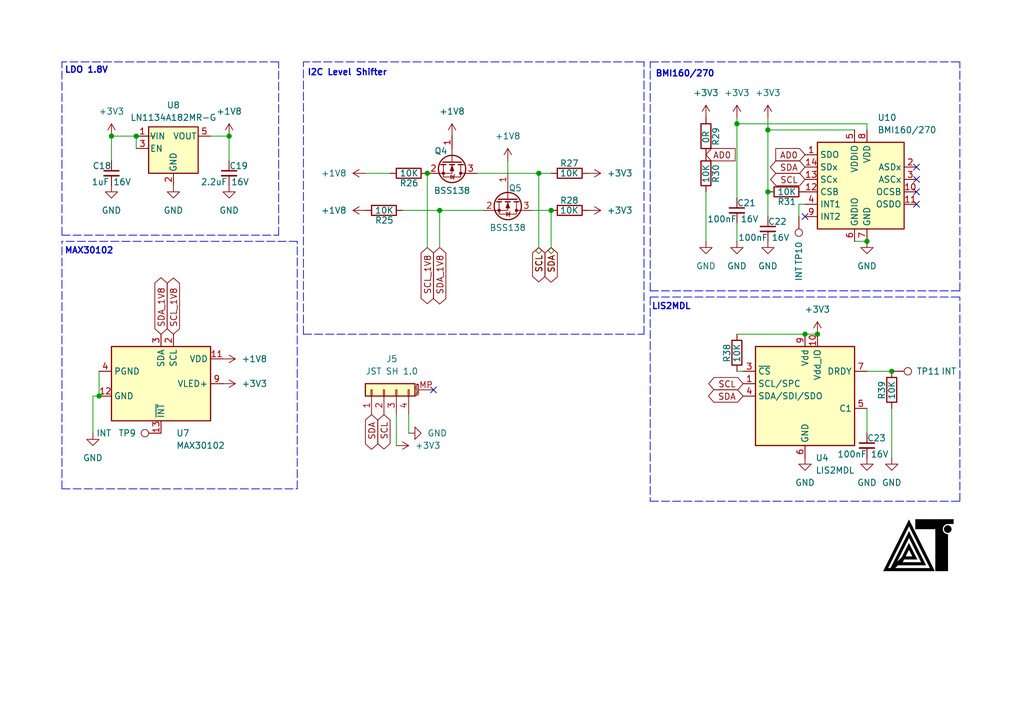
<source format=kicad_sch>
(kicad_sch (version 20250114) (generator "eeschema") (generator_version "9.0")
  (paper "A5")
  (title_block (date "2025-04-05"))
  (lib_symbols
    (symbol "Connector:TestPoint" (pin_numbers (hide yes)) (pin_names (offset 0.762) (hide yes))
      (property "Reference" "TP" (at 0 6.858 0))
      (property "Value" "TestPoint" (at 0 5.08 0))
      (symbol "TestPoint_0_1"
        (circle (center 0 3.302) (radius 0.762))
      )
      (symbol "TestPoint_1_1"
        (pin passive line (at 0 0 90) (length 2.54) (name "1") (number "1"))
      )
    )
    (symbol "Connector_Generic_MountingPin:Conn_01x04_MountingPin" (pin_names (offset 1.016) (hide yes))
      (property "Reference" "J" (at 0 5.08 0))
      (property "Value" "Conn_01x04_MountingPin" (at 1.27 -7.62 0))
      (symbol "Conn_01x04_MountingPin_1_1"
        (rectangle (start -1.27 3.81) (end 1.27 -6.35) (stroke (width 0.254)) (fill (type background)))
        (rectangle (start -1.27 2.667) (end 0 2.413) (stroke (width 0.1524)))
        (rectangle (start -1.27 0.127) (end 0 -0.127) (stroke (width 0.1524)))
        (rectangle (start -1.27 -2.413) (end 0 -2.667) (stroke (width 0.1524)))
        (rectangle (start -1.27 -4.953) (end 0 -5.207) (stroke (width 0.1524)))
        (polyline (pts (xy -1.016 -7.112) (xy 1.016 -7.112)) (stroke (width 0.1524)))
        (text "Mounting" (at 0 -6.731 0) (effects (font (size 0.381 0.381))))
        (pin passive line (at -5.08 2.54 0) (length 3.81) (name "Pin_1") (number "1"))
        (pin passive line (at -5.08 0 0) (length 3.81) (name "Pin_2") (number "2"))
        (pin passive line (at -5.08 -2.54 0) (length 3.81) (name "Pin_3") (number "3"))
        (pin passive line (at -5.08 -5.08 0) (length 3.81) (name "Pin_4") (number "4"))
        (pin passive line (at 0 -10.16 90) (length 3.048) (name "MountPin") (number "MP"))
      )
    )
    (symbol "Device:C_Small" (pin_numbers (hide yes)) (pin_names (offset 0.254) (hide yes))
      (property "Reference" "C" (at 0.254 1.778 0))
      (property "Value" "C_Small" (at 0.254 -2.032 0))
      (symbol "C_Small_0_1"
        (polyline (pts (xy -1.524 0.508) (xy 1.524 0.508)) (stroke (width 0.3048)))
        (polyline (pts (xy -1.524 -0.508) (xy 1.524 -0.508)) (stroke (width 0.3302)))
      )
      (symbol "C_Small_1_1"
        (pin passive line (at 0 2.54 270) (length 2.032) (name "~") (number "1"))
        (pin passive line (at 0 -2.54 90) (length 2.032) (name "~") (number "2"))
      )
    )
    (symbol "Device:R" (pin_numbers (hide yes)) (pin_names (offset 0))
      (property "Reference" "R" (at 2.032 0 90))
      (property "Value" "R" (at 0 0 90))
      (symbol "R_0_1"
        (rectangle (start -1.016 -2.54) (end 1.016 2.54) (stroke (width 0.254)))
      )
      (symbol "R_1_1"
        (pin passive line (at 0 3.81 270) (length 1.27) (name "~") (number "1"))
        (pin passive line (at 0 -3.81 90) (length 1.27) (name "~") (number "2"))
      )
    )
    (symbol "Regulator_Linear:AP2112K-1.8" (pin_names (offset 0.254))
      (property "Reference" "U" (at -5.08 5.715 0))
      (property "Value" "AP2112K-1.8" (at 0 5.715 0))
      (symbol "AP2112K-1.8_0_1"
        (rectangle (start -5.08 4.445) (end 5.08 -5.08) (stroke (width 0.254)) (fill (type background)))
      )
      (symbol "AP2112K-1.8_1_1"
        (pin power_in line (at -7.62 2.54 0) (length 2.54) (name "VIN") (number "1"))
        (pin input line (at -7.62 0 0) (length 2.54) (name "EN") (number "3"))
        (pin power_in line (at 0 -7.62 90) (length 2.54) (name "GND") (number "2"))
        (pin no_connect line (at 5.08 0 180) (length 2.54) (hide yes) (name "NC") (number "4"))
        (pin power_out line (at 7.62 2.54 180) (length 2.54) (name "VOUT") (number "5"))
      )
    )
    (symbol "Sensor:MAX30102"
      (property "Reference" "U" (at 7.62 15.24 0))
      (property "Value" "MAX30102" (at 7.62 12.7 0))
      (symbol "MAX30102_0_1"
        (rectangle (start -7.62 10.16) (end 7.62 -10.16) (stroke (width 0.254)) (fill (type background)))
      )
      (symbol "MAX30102_1_1"
        (pin input line (at -10.16 2.54 0) (length 2.54) (name "SCL") (number "2"))
        (pin bidirectional line (at -10.16 0 0) (length 2.54) (name "SDA") (number "3"))
        (pin no_connect line (at -7.62 5.08 0) (length 2.54) (hide yes) (name "NC") (number "1"))
        (pin no_connect line (at -7.62 -2.54 0) (length 2.54) (hide yes) (name "NC") (number "7"))
        (pin power_in line (at -5.08 12.7 270) (length 2.54) (name "VDD") (number "11"))
        (pin power_in line (at -2.54 -12.7 90) (length 2.54) (name "PGND") (number "4"))
        (pin passive line (at 0 12.7 270) (length 2.54) (hide yes) (name "VLED+") (number "10"))
        (pin power_in line (at 0 12.7 270) (length 2.54) (name "VLED+") (number "9"))
        (pin power_in line (at 2.54 -12.7 90) (length 2.54) (name "GND") (number "12"))
        (pin no_connect line (at 7.62 5.08 180) (length 2.54) (hide yes) (name "NC") (number "8"))
        (pin no_connect line (at 7.62 2.54 180) (length 2.54) (hide yes) (name "NC") (number "14"))
        (pin no_connect line (at 7.62 -5.08 180) (length 2.54) (hide yes) (name "NC") (number "6"))
        (pin no_connect line (at 7.62 -7.62 180) (length 2.54) (hide yes) (name "NC") (number "5"))
        (pin output line (at 10.16 0 180) (length 2.54) (name "~{INT}") (number "13"))
      )
    )
    (symbol "Sensor_Magnetic:LIS2MDL"
      (property "Reference" "U" (at -8.89 11.43 0))
      (property "Value" "LIS2MDL" (at 7.62 11.43 0))
      (symbol "LIS2MDL_0_1"
        (rectangle (start -10.16 10.16) (end 10.16 -10.16) (stroke (width 0.254)) (fill (type background)))
      )
      (symbol "LIS2MDL_1_1"
        (pin input line (at -12.7 5.08 0) (length 2.54) (name "~{CS}") (number "3"))
        (pin input line (at -12.7 2.54 0) (length 2.54) (name "SCL/SPC") (number "1"))
        (pin bidirectional line (at -12.7 0 0) (length 2.54) (name "SDA/SDI/SDO") (number "4"))
        (pin no_connect line (at -10.16 -5.08 0) (length 2.54) (hide yes) (name "NC") (number "2"))
        (pin no_connect line (at -10.16 -7.62 0) (length 2.54) (hide yes) (name "NC") (number "11"))
        (pin power_in line (at 0 12.7 270) (length 2.54) (name "Vdd") (number "9"))
        (pin power_in line (at 0 -12.7 90) (length 2.54) (name "GND") (number "6"))
        (pin passive line (at 0 -12.7 90) (length 2.54) (hide yes) (name "GND") (number "8"))
        (pin power_in line (at 2.54 12.7 270) (length 2.54) (name "Vdd_IO") (number "10"))
        (pin no_connect line (at 10.16 -7.62 180) (length 2.54) (hide yes) (name "NC") (number "12"))
        (pin output line (at 12.7 5.08 180) (length 2.54) (name "DRDY") (number "7"))
        (pin power_out line (at 12.7 -2.54 180) (length 2.54) (name "C1") (number "5"))
      )
    )
    (symbol "Sensor_Motion:BMI160"
      (property "Reference" "U" (at -10.16 8.89 0))
      (property "Value" "BMI160" (at 7.62 8.89 0))
      (symbol "BMI160_1_1"
        (rectangle (start -10.16 7.62) (end 7.62 -10.16) (stroke (width 0.254)) (fill (type background)))
        (pin bidirectional line (at -12.7 5.08 0) (length 2.54) (name "SDO") (number "1"))
        (pin bidirectional line (at -12.7 2.54 0) (length 2.54) (name "SDx") (number "14"))
        (pin input line (at -12.7 0 0) (length 2.54) (name "SCx") (number "13"))
        (pin input line (at -12.7 -2.54 0) (length 2.54) (name "CSB") (number "12"))
        (pin bidirectional line (at -12.7 -5.08 0) (length 2.54) (name "INT1") (number "4"))
        (pin bidirectional line (at -12.7 -7.62 0) (length 2.54) (name "INT2") (number "9"))
        (pin power_in line (at -2.54 10.16 270) (length 2.54) (name "VDDIO") (number "5"))
        (pin power_in line (at -2.54 -12.7 90) (length 2.54) (name "GNDIO") (number "6"))
        (pin power_in line (at 0 10.16 270) (length 2.54) (name "VDD") (number "8"))
        (pin power_in line (at 0 -12.7 90) (length 2.54) (name "GND") (number "7"))
        (pin bidirectional line (at 10.16 2.54 180) (length 2.54) (name "ASDx") (number "2"))
        (pin output line (at 10.16 0 180) (length 2.54) (name "ASCx") (number "3"))
        (pin bidirectional line (at 10.16 -2.54 180) (length 2.54) (name "OCSB") (number "10"))
        (pin bidirectional line (at 10.16 -5.08 180) (length 2.54) (name "OSDO") (number "11"))
      )
    )
    (symbol "Transistor_FET:BSS138" (pin_names (hide yes))
      (property "Reference" "Q" (at 5.08 1.905 0))
      (property "Value" "BSS138" (at 5.08 0 0))
      (symbol "BSS138_0_1"
        (polyline (pts (xy 0.254 1.905) (xy 0.254 -1.905)) (stroke (width 0.254)))
        (polyline (pts (xy 0.254 0) (xy -2.54 0)))
        (polyline (pts (xy 0.762 2.286) (xy 0.762 1.27)) (stroke (width 0.254)))
        (polyline (pts (xy 0.762 0.508) (xy 0.762 -0.508)) (stroke (width 0.254)))
        (polyline (pts (xy 0.762 -1.27) (xy 0.762 -2.286)) (stroke (width 0.254)))
        (polyline (pts (xy 0.762 -1.778) (xy 3.302 -1.778) (xy 3.302 1.778) (xy 0.762 1.778)))
        (polyline (pts (xy 1.016 0) (xy 2.032 0.381) (xy 2.032 -0.381) (xy 1.016 0)) (fill (type outline)))
        (circle (center 1.651 0) (radius 2.794) (stroke (width 0.254)))
        (polyline (pts (xy 2.54 2.54) (xy 2.54 1.778)))
        (circle (center 2.54 1.778) (radius 0.254) (fill (type outline)))
        (circle (center 2.54 -1.778) (radius 0.254) (fill (type outline)))
        (polyline (pts (xy 2.54 -2.54) (xy 2.54 0) (xy 0.762 0)))
        (polyline (pts (xy 2.794 0.508) (xy 2.921 0.381) (xy 3.683 0.381) (xy 3.81 0.254)))
        (polyline (pts (xy 3.302 0.381) (xy 2.921 -0.254) (xy 3.683 -0.254) (xy 3.302 0.381)))
      )
      (symbol "BSS138_1_1"
        (pin input line (at -5.08 0 0) (length 2.54) (name "G") (number "1"))
        (pin passive line (at 2.54 5.08 270) (length 2.54) (name "D") (number "3"))
        (pin passive line (at 2.54 -5.08 90) (length 2.54) (name "S") (number "2"))
      )
    )
    (symbol "power:+1V8" (power) (pin_numbers (hide yes)) (pin_names (offset 0) (hide yes))
      (property "Value" "+1V8" (at 0 3.556 0))
      (symbol "+1V8_0_1"
        (polyline (pts (xy -0.762 1.27) (xy 0 2.54)))
        (polyline (pts (xy 0 2.54) (xy 0.762 1.27)))
        (polyline (pts (xy 0 0) (xy 0 2.54)))
      )
      (symbol "+1V8_1_1"
        (pin power_in line (at 0 0 90) (length 0) (name "~") (number "1"))
      )
    )
    (symbol "power:+3V3" (power) (pin_numbers (hide yes)) (pin_names (offset 0) (hide yes))
      (property "Value" "+3V3" (at 0 3.556 0))
      (symbol "+3V3_0_1"
        (polyline (pts (xy -0.762 1.27) (xy 0 2.54)))
        (polyline (pts (xy 0 2.54) (xy 0.762 1.27)))
        (polyline (pts (xy 0 0) (xy 0 2.54)))
      )
      (symbol "+3V3_1_1"
        (pin power_in line (at 0 0 90) (length 0) (name "~") (number "1"))
      )
    )
    (symbol "power:GND" (power) (pin_numbers (hide yes)) (pin_names (offset 0) (hide yes))
      (property "Value" "GND" (at 0 -3.81 0))
      (symbol "GND_0_1"
        (polyline (pts (xy 0 0) (xy 0 -1.27) (xy 1.27 -1.27) (xy 0 -2.54) (xy -1.27 -1.27) (xy 0 -1.27)))
      )
      (symbol "GND_1_1"
        (pin power_in line (at 0 0 270) (length 0) (name "~") (number "1"))
      )
    )
  )
  (text "MAX30102\n" (at 13.208 52.324 0) (effects (font (size 1.27 1.27) (thickness 0.254) (bold yes)) (justify left bottom)))
  (text "LIS2MDL" (at 133.604 63.754 0) (effects (font (size 1.27 1.27) (thickness 0.254) (bold yes)) (justify left bottom)))
  (text "LDO 1.8V\n" (at 13.208 15.24 0) (effects (font (size 1.27 1.27) (thickness 0.254) (bold yes)) (justify left bottom)))
  (text "BMI160/270\n" (at 134.366 16.002 0) (effects (font (size 1.27 1.27) (thickness 0.254) (bold yes)) (justify left bottom)))
  (text "I2C Level Shifter" (at 62.992 15.748 0) (effects (font (size 1.27 1.27) (thickness 0.254) (bold yes)) (justify left bottom)))
  (junction (at 46.99 27.94))
  (junction (at 110.49 35.56))
  (junction (at 165.1 68.58))
  (junction (at 90.17 43.18))
  (junction (at 22.86 27.94))
  (junction (at 157.48 39.37))
  (junction (at 87.63 35.56))
  (junction (at 113.03 43.18))
  (junction (at 151.13 25.4))
  (junction (at 177.8 49.53))
  (junction (at 182.88 76.2))
  (junction (at 27.94 27.94))
  (junction (at 20.32 81.28))
  (junction (at 157.48 26.67))
  (junction (at 167.64 68.58))
  (no_connect (at 187.96 39.37))
  (no_connect (at 187.96 36.83))
  (no_connect (at 187.96 34.29))
  (no_connect (at 88.9 80.01))
  (no_connect (at 165.1 44.45))
  (no_connect (at 187.96 41.91))
  (polyline (pts (xy 12.7 48.26) (xy 57.15 48.26)) (stroke (width 0) (type dash)))
  (polyline (pts (xy 12.7 100.33) (xy 60.96 100.33)) (stroke (width 0) (type dash)))
  (wire (pts (xy 157.48 44.45) (xy 157.48 39.37)))
  (wire (pts (xy 46.99 33.02) (xy 46.99 27.94)))
  (wire (pts (xy 182.88 83.82) (xy 182.88 93.98)))
  (wire (pts (xy 27.94 27.94) (xy 27.94 30.48)))
  (wire (pts (xy 109.22 43.18) (xy 113.03 43.18)))
  (wire (pts (xy 97.79 35.56) (xy 110.49 35.56)))
  (polyline (pts (xy 60.96 49.53) (xy 12.7 49.53)) (stroke (width 0) (type dash)))
  (polyline (pts (xy 133.35 60.96) (xy 133.35 102.87)) (stroke (width 0) (type dash)))
  (wire (pts (xy 151.13 25.4) (xy 151.13 40.64)))
  (wire (pts (xy 113.03 43.18) (xy 113.03 50.8)))
  (wire (pts (xy 110.49 35.56) (xy 113.03 35.56)))
  (wire (pts (xy 151.13 68.58) (xy 165.1 68.58)))
  (wire (pts (xy 104.14 33.02) (xy 104.14 35.56)))
  (wire (pts (xy 82.55 43.18) (xy 90.17 43.18)))
  (wire (pts (xy 175.26 49.53) (xy 177.8 49.53)))
  (wire (pts (xy 87.63 35.56) (xy 87.63 50.8)))
  (polyline (pts (xy 62.23 68.58) (xy 132.08 68.58)) (stroke (width 0) (type dash)))
  (polyline (pts (xy 60.96 100.33) (xy 60.96 49.53)) (stroke (width 0) (type dash)))
  (wire (pts (xy 31.75 27.94) (xy 27.94 27.94)))
  (wire (pts (xy 157.48 26.67) (xy 175.26 26.67)))
  (polyline (pts (xy 132.08 68.58) (xy 132.08 12.7)) (stroke (width 0) (type dash)))
  (polyline (pts (xy 57.15 12.7) (xy 12.7 12.7)) (stroke (width 0) (type dash)))
  (wire (pts (xy 157.48 24.13) (xy 157.48 26.67)))
  (wire (pts (xy 177.8 76.2) (xy 182.88 76.2)))
  (wire (pts (xy 163.83 41.91) (xy 165.1 41.91)))
  (polyline (pts (xy 62.23 68.58) (xy 62.23 12.7)) (stroke (width 0) (type dash)))
  (wire (pts (xy 165.1 68.58) (xy 167.64 68.58)))
  (polyline (pts (xy 132.08 12.7) (xy 62.23 12.7)) (stroke (width 0) (type dash)))
  (wire (pts (xy 151.13 76.2) (xy 152.4 76.2)))
  (wire (pts (xy 22.86 33.02) (xy 22.86 27.94)))
  (wire (pts (xy 74.93 35.56) (xy 80.01 35.56)))
  (wire (pts (xy 163.83 44.45) (xy 163.83 41.91)))
  (polyline (pts (xy 57.15 48.26) (xy 57.15 12.7)) (stroke (width 0) (type dash)))
  (polyline (pts (xy 12.7 48.26) (xy 12.7 12.7)) (stroke (width 0) (type dash)))
  (wire (pts (xy 83.82 88.9) (xy 83.82 85.09)))
  (polyline (pts (xy 133.35 102.87) (xy 196.85 102.87)) (stroke (width 0) (type dash)))
  (polyline (pts (xy 12.7 100.33) (xy 12.7 49.53)) (stroke (width 0) (type dash)))
  (wire (pts (xy 81.28 91.44) (xy 81.28 85.09)))
  (polyline (pts (xy 196.85 59.69) (xy 196.85 12.7)) (stroke (width 0) (type dash)))
  (wire (pts (xy 20.32 76.2) (xy 20.32 81.28)))
  (wire (pts (xy 110.49 50.8) (xy 110.49 35.56)))
  (polyline (pts (xy 196.85 102.87) (xy 196.85 60.96)) (stroke (width 0) (type dash)))
  (wire (pts (xy 90.17 43.18) (xy 90.17 50.8)))
  (wire (pts (xy 151.13 45.72) (xy 151.13 49.53)))
  (polyline (pts (xy 133.35 60.96) (xy 196.85 60.96)) (stroke (width 0) (type dash)))
  (polyline (pts (xy 133.35 59.69) (xy 133.35 12.7)) (stroke (width 0) (type dash)))
  (wire (pts (xy 177.8 26.67) (xy 177.8 25.4)))
  (wire (pts (xy 177.8 88.9) (xy 177.8 83.82)))
  (wire (pts (xy 157.48 26.67) (xy 157.48 39.37)))
  (wire (pts (xy 151.13 24.13) (xy 151.13 25.4)))
  (wire (pts (xy 177.8 25.4) (xy 151.13 25.4)))
  (wire (pts (xy 19.05 81.28) (xy 19.05 88.9)))
  (polyline (pts (xy 133.35 12.7) (xy 196.85 12.7)) (stroke (width 0) (type dash)))
  (polyline (pts (xy 133.35 59.69) (xy 196.85 59.69)) (stroke (width 0) (type dash)))
  (wire (pts (xy 90.17 43.18) (xy 99.06 43.18)))
  (wire (pts (xy 43.18 27.94) (xy 46.99 27.94)))
  (wire (pts (xy 22.86 27.94) (xy 27.94 27.94)))
  (wire (pts (xy 19.05 81.28) (xy 20.32 81.28)))
  (wire (pts (xy 144.78 49.53) (xy 144.78 39.37)))
  (image (at 187.96 111.76) (scale 0.359998))
  (global_label "AD0" (shape input) (at 165.1 31.75 180) (property "Intersheetrefs" "${INTERSHEET_REFS}" (effects (hide yes))))
  (global_label "SCL_1V8" (shape bidirectional) (at 87.63 50.8 270) (property "Intersheetrefs" "${INTERSHEET_REFS}" (effects (hide yes))))
  (global_label "SDA" (shape bidirectional) (at 152.4 81.28 180) (property "Intersheetrefs" "${INTERSHEET_REFS}" (effects (hide yes))))
  (global_label "SDA_1V8" (shape bidirectional) (at 90.17 50.8 270) (property "Intersheetrefs" "${INTERSHEET_REFS}" (effects (hide yes))))
  (global_label "SCL" (shape bidirectional) (at 165.1 36.83 180) (property "Intersheetrefs" "${INTERSHEET_REFS}" (effects (hide yes))))
  (global_label "SDA_1V8" (shape bidirectional) (at 33.02 68.58 90) (property "Intersheetrefs" "${INTERSHEET_REFS}" (effects (hide yes))))
  (global_label "SCL" (shape bidirectional) (at 78.74 85.09 270) (property "Intersheetrefs" "${INTERSHEET_REFS}" (effects (hide yes))))
  (global_label "SCL_1V8" (shape bidirectional) (at 35.56 68.58 90) (property "Intersheetrefs" "${INTERSHEET_REFS}" (effects (hide yes))))
  (global_label "SDA" (shape bidirectional) (at 113.03 50.8 270) (property "Intersheetrefs" "${INTERSHEET_REFS}" (effects (hide yes))))
  (global_label "AD0" (shape input) (at 144.78 31.75 0) (property "Intersheetrefs" "${INTERSHEET_REFS}" (effects (hide yes))))
  (global_label "SDA" (shape bidirectional) (at 76.2 85.09 270) (property "Intersheetrefs" "${INTERSHEET_REFS}" (effects (hide yes))))
  (global_label "SCL" (shape bidirectional) (at 152.4 78.74 180) (property "Intersheetrefs" "${INTERSHEET_REFS}" (effects (hide yes))))
  (global_label "SCL" (shape bidirectional) (at 110.49 50.8 270) (property "Intersheetrefs" "${INTERSHEET_REFS}" (effects (hide yes))))
  (global_label "SDA" (shape bidirectional) (at 165.1 34.29 180) (property "Intersheetrefs" "${INTERSHEET_REFS}" (effects (hide yes))))
  (hierarchical_label "SDA" (shape bidirectional) (at 113.03 50.8 270))
  (hierarchical_label "SCL" (shape bidirectional) (at 110.49 50.8 270))
  (symbol (lib_id "Connector:TestPoint") (at 33.02 88.9 90) (mirror x) (unit 1) (in_bom no)
    (property "Reference" "TP9" (at 27.94 88.9 90) (effects (justify left)))
    (property "Value" "INT" (at 22.86 88.9 90) (effects (justify left)))
    (property "Footprint" "TestPoint:TestPoint_Pad_D1.0mm" (effects (hide yes)))
  )
  (symbol (lib_id "power:+3V3") (at 157.48 24.13 0) (mirror y) (unit 1)
    (property "Reference" "#PWR082" (effects (hide yes)))
    (property "Value" "+3V3" (at 157.48 19.05 0))
    (property "Description" "Power symbol creates a global label with name \"+3V3\"" (effects (hide yes)))
  )
  (symbol (lib_id "Device:C_Small") (at 46.99 35.56 0) (unit 1)
    (property "Reference" "C19" (at 46.99 34.036 0) (effects (justify left)))
    (property "Value" "2.2uF 16V" (at 41.148 37.338 0) (effects (justify left)))
    (property "Footprint" "Capacitor_SMD:C_0603_1608Metric" (effects (hide yes)))
    (property "Description" "Unpolarized capacitor, small symbol" (effects (hide yes)))
  )
  (symbol (lib_id "power:+1V8") (at 92.71 27.94 0) (unit 1)
    (property "Reference" "#PWR072" (effects (hide yes)))
    (property "Value" "+1V8" (at 92.71 22.86 0))
    (property "Description" "Power symbol creates a global label with name \"+1V8\"" (effects (hide yes)))
  )
  (symbol (lib_id "power:GND") (at 83.82 88.9 90) (mirror x) (unit 1)
    (property "Reference" "#PWR0135" (effects (hide yes)))
    (property "Value" "GND" (at 87.63 88.8999 90) (effects (justify right)))
    (property "Description" "Power symbol creates a global label with name \"GND\" , ground" (effects (hide yes)))
  )
  (symbol (lib_id "power:+1V8") (at 104.14 33.02 0) (unit 1)
    (property "Reference" "#PWR073" (effects (hide yes)))
    (property "Value" "+1V8" (at 104.14 27.94 0))
    (property "Description" "Power symbol creates a global label with name \"+1V8\"" (effects (hide yes)))
  )
  (symbol (lib_id "Connector:TestPoint") (at 182.88 76.2 270) (mirror x) (unit 1) (in_bom no)
    (property "Reference" "TP11" (at 187.96 76.2 90) (effects (justify left)))
    (property "Value" "INT" (at 193.04 76.2 90) (effects (justify left)))
    (property "Footprint" "TestPoint:TestPoint_Pad_D1.0mm" (effects (hide yes)))
  )
  (symbol (lib_id "Transistor_FET:BSS138") (at 92.71 33.02 270) (unit 1)
    (property "Reference" "Q4" (at 90.424 30.988 90))
    (property "Value" "BSS138" (at 92.71 39.116 90))
    (property "Footprint" "Package_TO_SOT_SMD:SOT-23" (effects (hide yes)))
    (property "Datasheet" "https://www.onsemi.com/pub/Collateral/BSS138-D.PDF" (effects (hide yes)))
    (property "Description" "50V Vds, 0.22A Id, N-Channel MOSFET, SOT-23" (effects (hide yes)))
  )
  (symbol (lib_id "Device:C_Small") (at 151.13 43.18 0) (unit 1)
    (property "Reference" "C21" (at 151.13 41.656 0) (effects (justify left)))
    (property "Value" "100nF 16V" (at 145.034 44.958 0) (effects (justify left)))
    (property "Footprint" "Capacitor_SMD:C_0603_1608Metric" (effects (hide yes)))
    (property "Description" "Unpolarized capacitor, small symbol" (effects (hide yes)))
  )
  (symbol (lib_id "Sensor_Magnetic:LIS2MDL") (at 165.1 81.28 0) (unit 1)
    (property "Reference" "U4" (at 167.2433 93.98 0) (effects (justify left)))
    (property "Value" "LIS2MDL" (at 167.2433 96.52 0) (effects (justify left)))
    (property "Footprint" "Package_LGA:LGA-12_2x2mm_P0.5mm" (effects (hide yes)))
    (property "Datasheet" "https://www.st.com/resource/en/datasheet/lis2mdl.pdf" (effects (hide yes)))
    (property "Description" "Ultra-low-power, 3-axis digital output magnetometer, LGA-12" (effects (hide yes)))
  )
  (symbol (lib_id "Sensor:MAX30102") (at 33.02 78.74 270) (unit 1)
    (property "Reference" "U7" (at 36.1381 88.9 90) (effects (justify left)))
    (property "Value" "MAX30102" (at 36.1381 91.44 90) (effects (justify left)))
    (property "Footprint" "OptoDevice:Maxim_OLGA-14_3.3x5.6mm_P0.8mm" (effects (hide yes)))
    (property "Datasheet" "https://datasheets.maximintegrated.com/en/ds/MAX30102.pdf" (effects (hide yes)))
    (property "Description" "Heart Rate Sensor, 14-OLGA" (effects (hide yes)))
  )
  (symbol (lib_id "Device:R") (at 116.84 35.56 270) (unit 1)
    (property "Reference" "R27" (at 114.808 33.528 90) (effects (justify left)))
    (property "Value" "10K" (at 114.808 35.56 90) (effects (justify left)))
    (property "Footprint" "Resistor_SMD:R_0603_1608Metric" (effects (hide yes)))
    (property "Description" "Resistor" (effects (hide yes)))
  )
  (symbol (lib_id "Device:C_Small") (at 177.8 91.44 0) (unit 1)
    (property "Reference" "C23" (at 177.8 89.916 0) (effects (justify left)))
    (property "Value" "100nF 16V" (at 171.704 93.218 0) (effects (justify left)))
    (property "Footprint" "Capacitor_SMD:C_0603_1608Metric" (effects (hide yes)))
    (property "Description" "Unpolarized capacitor, small symbol" (effects (hide yes)))
  )
  (symbol (lib_id "Device:R") (at 151.13 72.39 0) (unit 1)
    (property "Reference" "R38" (at 149.098 74.422 90) (effects (justify left)))
    (property "Value" "10K" (at 151.13 74.422 90) (effects (justify left)))
    (property "Footprint" "Resistor_SMD:R_0603_1608Metric" (effects (hide yes)))
    (property "Description" "Resistor" (effects (hide yes)))
  )
  (symbol (lib_id "Device:R") (at 182.88 80.01 0) (unit 1)
    (property "Reference" "R39" (at 180.848 82.042 90) (effects (justify left)))
    (property "Value" "10K" (at 182.88 82.042 90) (effects (justify left)))
    (property "Footprint" "Resistor_SMD:R_0603_1608Metric" (effects (hide yes)))
    (property "Description" "Resistor" (effects (hide yes)))
  )
  (symbol (lib_id "power:+3V3") (at 45.72 78.74 270) (unit 1)
    (property "Reference" "#PWR067" (effects (hide yes)))
    (property "Value" "+3V3" (at 49.53 78.7399 90) (effects (justify left)))
    (property "Description" "Power symbol creates a global label with name \"+3V3\"" (effects (hide yes)))
  )
  (symbol (lib_id "power:+3V3") (at 151.13 24.13 0) (mirror y) (unit 1)
    (property "Reference" "#PWR080" (effects (hide yes)))
    (property "Value" "+3V3" (at 151.13 19.05 0))
    (property "Description" "Power symbol creates a global label with name \"+3V3\"" (effects (hide yes)))
  )
  (symbol (lib_id "power:GND") (at 46.99 38.1 0) (unit 1)
    (property "Reference" "#PWR069" (effects (hide yes)))
    (property "Value" "GND" (at 46.99 43.18 0))
    (property "Description" "Power symbol creates a global label with name \"GND\" , ground" (effects (hide yes)))
  )
  (symbol (lib_id "Device:C_Small") (at 22.86 35.56 0) (mirror y) (unit 1)
    (property "Reference" "C18" (at 22.86 34.036 0) (effects (justify left)))
    (property "Value" "1uF 16V" (at 26.924 37.338 0) (effects (justify left)))
    (property "Footprint" "Capacitor_SMD:C_0603_1608Metric" (effects (hide yes)))
    (property "Description" "Unpolarized capacitor, small symbol" (effects (hide yes)))
  )
  (symbol (lib_id "Transistor_FET:BSS138") (at 104.14 40.64 270) (unit 1)
    (property "Reference" "Q5" (at 105.664 38.608 90))
    (property "Value" "BSS138" (at 104.14 46.736 90))
    (property "Footprint" "Package_TO_SOT_SMD:SOT-23" (effects (hide yes)))
    (property "Datasheet" "https://www.onsemi.com/pub/Collateral/BSS138-D.PDF" (effects (hide yes)))
    (property "Description" "50V Vds, 0.22A Id, N-Channel MOSFET, SOT-23" (effects (hide yes)))
  )
  (symbol (lib_id "Sensor_Motion:BMI160") (at 177.8 36.83 0) (unit 1)
    (property "Reference" "U10" (at 179.9433 24.13 0) (effects (justify left)))
    (property "Value" "BMI160/270" (at 179.9433 26.67 0) (effects (justify left)))
    (property "Footprint" "Package_LGA:Bosch_LGA-14_3x2.5mm_P0.5mm" (effects (hide yes)))
    (property "Datasheet" "https://www.bosch-sensortec.com/media/boschsensortec/downloads/datasheets/bst-bmi160-ds000.pdf" (effects (hide yes)))
    (property "Description" "Small, low power inertial measurement unit, LGA-14" (effects (hide yes)))
    (property "LCSC" "C2836813" (effects (hide yes)))
  )
  (symbol (lib_id "power:+1V8") (at 74.93 35.56 90) (unit 1)
    (property "Reference" "#PWR070" (effects (hide yes)))
    (property "Value" "+1V8" (at 71.12 35.5599 90) (effects (justify left)))
    (property "Description" "Power symbol creates a global label with name \"+1V8\"" (effects (hide yes)))
  )
  (symbol (lib_id "power:+1V8") (at 46.99 27.94 0) (unit 1)
    (property "Reference" "#PWR068" (effects (hide yes)))
    (property "Value" "+1V8" (at 46.99 22.86 0))
    (property "Description" "Power symbol creates a global label with name \"+1V8\"" (effects (hide yes)))
  )
  (symbol (lib_id "power:+3V3") (at 22.86 27.94 0) (unit 1)
    (property "Reference" "#PWR063" (effects (hide yes)))
    (property "Value" "+3V3" (at 22.86 22.86 0))
    (property "Description" "Power symbol creates a global label with name \"+3V3\"" (effects (hide yes)))
  )
  (symbol (lib_id "power:GND") (at 157.48 49.53 0) (unit 1)
    (property "Reference" "#PWR083" (effects (hide yes)))
    (property "Value" "GND" (at 157.48 54.61 0))
    (property "Description" "Power symbol creates a global label with name \"GND\" , ground" (effects (hide yes)))
  )
  (symbol (lib_id "power:+3V3") (at 167.64 68.58 0) (mirror y) (unit 1)
    (property "Reference" "#PWR078" (effects (hide yes)))
    (property "Value" "+3V3" (at 167.64 63.5 0))
    (property "Description" "Power symbol creates a global label with name \"+3V3\"" (effects (hide yes)))
  )
  (symbol (lib_id "Device:R") (at 116.84 43.18 270) (unit 1)
    (property "Reference" "R28" (at 114.808 41.148 90) (effects (justify left)))
    (property "Value" "10K" (at 114.808 43.18 90) (effects (justify left)))
    (property "Footprint" "Resistor_SMD:R_0603_1608Metric" (effects (hide yes)))
    (property "Description" "Resistor" (effects (hide yes)))
  )
  (symbol (lib_id "Regulator_Linear:AP2112K-1.8") (at 35.56 30.48 0) (unit 1)
    (property "Reference" "U8" (at 35.56 21.59 0))
    (property "Value" "LN1134A182MR-G" (at 35.56 24.13 0))
    (property "Footprint" "Package_TO_SOT_SMD:SOT-23-5" (effects (hide yes)))
  )
  (symbol (lib_id "power:GND") (at 182.88 93.98 0) (unit 1)
    (property "Reference" "#PWR087" (effects (hide yes)))
    (property "Value" "GND" (at 182.88 99.06 0))
    (property "Description" "Power symbol creates a global label with name \"GND\" , ground" (effects (hide yes)))
  )
  (symbol (lib_id "power:GND") (at 22.86 38.1 0) (unit 1)
    (property "Reference" "#PWR064" (effects (hide yes)))
    (property "Value" "GND" (at 22.86 43.18 0))
    (property "Description" "Power symbol creates a global label with name \"GND\" , ground" (effects (hide yes)))
  )
  (symbol (lib_id "power:+1V8") (at 45.72 73.66 270) (unit 1)
    (property "Reference" "#PWR066" (effects (hide yes)))
    (property "Value" "+1V8" (at 49.53 73.6599 90) (effects (justify left)))
    (property "Description" "Power symbol creates a global label with name \"+1V8\"" (effects (hide yes)))
  )
  (symbol (lib_id "Device:R") (at 83.82 35.56 90) (unit 1)
    (property "Reference" "R26" (at 85.852 37.592 90) (effects (justify left)))
    (property "Value" "10K" (at 85.852 35.56 90) (effects (justify left)))
    (property "Footprint" "Resistor_SMD:R_0603_1608Metric" (effects (hide yes)))
    (property "Description" "Resistor" (effects (hide yes)))
  )
  (symbol (lib_id "power:GND") (at 165.1 93.98 0) (unit 1)
    (property "Reference" "#PWR086" (effects (hide yes)))
    (property "Value" "GND" (at 165.1 99.06 0))
    (property "Description" "Power symbol creates a global label with name \"GND\" , ground" (effects (hide yes)))
  )
  (symbol (lib_id "Device:R") (at 161.29 39.37 90) (unit 1)
    (property "Reference" "R31" (at 163.322 41.402 90) (effects (justify left)))
    (property "Value" "10K" (at 163.322 39.37 90) (effects (justify left)))
    (property "Footprint" "Resistor_SMD:R_0603_1608Metric" (effects (hide yes)))
    (property "Description" "Resistor" (effects (hide yes)))
  )
  (symbol (lib_id "Device:R") (at 144.78 27.94 0) (mirror y) (unit 1)
    (property "Reference" "R29" (at 146.812 29.972 90) (effects (justify left)))
    (property "Value" "0R" (at 144.78 29.464 90) (effects (justify left)))
    (property "Footprint" "Resistor_SMD:R_0402_1005Metric" (effects (hide yes)))
    (property "Description" "Resistor" (effects (hide yes)))
  )
  (symbol (lib_id "power:GND") (at 177.8 49.53 0) (unit 1)
    (property "Reference" "#PWR085" (effects (hide yes)))
    (property "Value" "GND" (at 177.8 54.61 0))
    (property "Description" "Power symbol creates a global label with name \"GND\" , ground" (effects (hide yes)))
  )
  (symbol (lib_id "power:+3V3") (at 120.65 43.18 270) (unit 1)
    (property "Reference" "#PWR075" (effects (hide yes)))
    (property "Value" "+3V3" (at 124.46 43.1799 90) (effects (justify left)))
    (property "Description" "Power symbol creates a global label with name \"+3V3\"" (effects (hide yes)))
  )
  (symbol (lib_id "Device:R") (at 78.74 43.18 90) (unit 1)
    (property "Reference" "R25" (at 80.772 45.212 90) (effects (justify left)))
    (property "Value" "10K" (at 80.772 43.18 90) (effects (justify left)))
    (property "Footprint" "Resistor_SMD:R_0603_1608Metric" (effects (hide yes)))
    (property "Description" "Resistor" (effects (hide yes)))
  )
  (symbol (lib_id "power:GND") (at 177.8 93.98 0) (unit 1)
    (property "Reference" "#PWR084" (effects (hide yes)))
    (property "Value" "GND" (at 177.8 99.06 0))
    (property "Description" "Power symbol creates a global label with name \"GND\" , ground" (effects (hide yes)))
  )
  (symbol (lib_id "power:+3V3") (at 120.65 35.56 270) (mirror x) (unit 1)
    (property "Reference" "#PWR074" (effects (hide yes)))
    (property "Value" "+3V3" (at 124.46 35.5599 90) (effects (justify left)))
    (property "Description" "Power symbol creates a global label with name \"+3V3\"" (effects (hide yes)))
  )
  (symbol (lib_id "power:+3V3") (at 144.78 24.13 0) (mirror y) (unit 1)
    (property "Reference" "#PWR076" (effects (hide yes)))
    (property "Value" "+3V3" (at 144.78 19.05 0))
    (property "Description" "Power symbol creates a global label with name \"+3V3\"" (effects (hide yes)))
  )
  (symbol (lib_id "Device:C_Small") (at 157.48 46.99 0) (unit 1)
    (property "Reference" "C22" (at 157.48 45.466 0) (effects (justify left)))
    (property "Value" "100nF 16V" (at 151.384 48.768 0) (effects (justify left)))
    (property "Footprint" "Capacitor_SMD:C_0603_1608Metric" (effects (hide yes)))
    (property "Description" "Unpolarized capacitor, small symbol" (effects (hide yes)))
  )
  (symbol (lib_id "Device:R") (at 144.78 35.56 0) (mirror y) (unit 1)
    (property "Reference" "R30" (at 146.812 37.592 90) (effects (justify left)))
    (property "Value" "10K" (at 144.78 37.592 90) (effects (justify left)))
    (property "Footprint" "Resistor_SMD:R_0402_1005Metric" (effects (hide yes)))
    (property "Description" "Resistor" (effects (hide yes)))
  )
  (symbol (lib_id "power:+3V3") (at 81.28 91.44 270) (unit 1)
    (property "Reference" "#PWR0112" (effects (hide yes)))
    (property "Value" "+3V3" (at 85.09 91.4399 90) (effects (justify left)))
    (property "Description" "Power symbol creates a global label with name \"+3V3\"" (effects (hide yes)))
  )
  (symbol (lib_id "Connector:TestPoint") (at 163.83 44.45 0) (mirror x) (unit 1) (in_bom no)
    (property "Reference" "TP10" (at 163.83 49.53 90) (effects (justify left)))
    (property "Value" "INT" (at 163.83 54.61 90) (effects (justify left)))
    (property "Footprint" "TestPoint:TestPoint_Pad_D1.0mm" (effects (hide yes)))
  )
  (symbol (lib_id "power:GND") (at 19.05 88.9 0) (unit 1)
    (property "Reference" "#PWR062" (effects (hide yes)))
    (property "Value" "GND" (at 19.05 93.98 0))
    (property "Description" "Power symbol creates a global label with name \"GND\" , ground" (effects (hide yes)))
  )
  (symbol (lib_id "power:GND") (at 35.56 38.1 0) (unit 1)
    (property "Reference" "#PWR065" (effects (hide yes)))
    (property "Value" "GND" (at 35.56 43.18 0))
    (property "Description" "Power symbol creates a global label with name \"GND\" , ground" (effects (hide yes)))
  )
  (symbol (lib_id "power:+1V8") (at 74.93 43.18 90) (unit 1)
    (property "Reference" "#PWR071" (effects (hide yes)))
    (property "Value" "+1V8" (at 71.12 43.1799 90) (effects (justify left)))
    (property "Description" "Power symbol creates a global label with name \"+1V8\"" (effects (hide yes)))
  )
  (symbol (lib_id "Connector_Generic_MountingPin:Conn_01x04_MountingPin") (at 78.74 80.01 90) (unit 1)
    (property "Reference" "J5" (at 80.3656 73.66 90))
    (property "Value" "JST SH 1.0" (at 80.3656 76.2 90))
    (property "Footprint" "Connector_JST:JST_SH_SM04B-SRSS-TB_1x04-1MP_P1.00mm_Horizontal" (effects (hide yes)))
    (property "Description" "Generic connectable mounting pin connector, single row, 01x04, script generated (kicad-library-utils/schlib/autogen/connector/)" (effects (hide yes)))
  )
  (symbol (lib_id "power:GND") (at 144.78 49.53 0) (mirror y) (unit 1)
    (property "Reference" "#PWR077" (effects (hide yes)))
    (property "Value" "GND" (at 144.78 54.61 0))
    (property "Description" "Power symbol creates a global label with name \"GND\" , ground" (effects (hide yes)))
  )
  (symbol (lib_id "power:GND") (at 151.13 49.53 0) (unit 1)
    (property "Reference" "#PWR081" (effects (hide yes)))
    (property "Value" "GND" (at 151.13 54.61 0))
    (property "Description" "Power symbol creates a global label with name \"GND\" , ground" (effects (hide yes)))
  )
)
</source>
